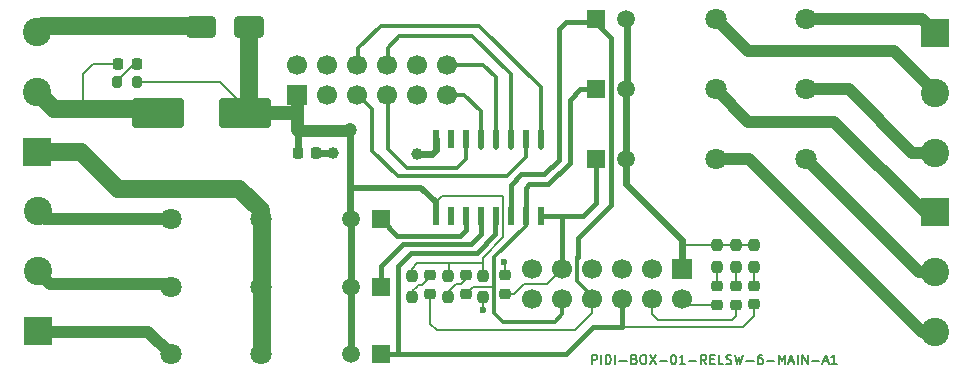
<source format=gbr>
%TF.GenerationSoftware,KiCad,Pcbnew,9.0.6*%
%TF.CreationDate,2025-12-26T20:22:19+00:00*%
%TF.ProjectId,PIDI-BOX-01-RELSW-6-MAIN-A1,50494449-2d42-44f5-982d-30312d52454c,rev?*%
%TF.SameCoordinates,Original*%
%TF.FileFunction,Copper,L1,Top*%
%TF.FilePolarity,Positive*%
%FSLAX46Y46*%
G04 Gerber Fmt 4.6, Leading zero omitted, Abs format (unit mm)*
G04 Created by KiCad (PCBNEW 9.0.6) date 2025-12-26 20:22:19*
%MOMM*%
%LPD*%
G01*
G04 APERTURE LIST*
G04 Aperture macros list*
%AMRoundRect*
0 Rectangle with rounded corners*
0 $1 Rounding radius*
0 $2 $3 $4 $5 $6 $7 $8 $9 X,Y pos of 4 corners*
0 Add a 4 corners polygon primitive as box body*
4,1,4,$2,$3,$4,$5,$6,$7,$8,$9,$2,$3,0*
0 Add four circle primitives for the rounded corners*
1,1,$1+$1,$2,$3*
1,1,$1+$1,$4,$5*
1,1,$1+$1,$6,$7*
1,1,$1+$1,$8,$9*
0 Add four rect primitives between the rounded corners*
20,1,$1+$1,$2,$3,$4,$5,0*
20,1,$1+$1,$4,$5,$6,$7,0*
20,1,$1+$1,$6,$7,$8,$9,0*
20,1,$1+$1,$8,$9,$2,$3,0*%
G04 Aperture macros list end*
%ADD10C,0.150000*%
%TA.AperFunction,NonConductor*%
%ADD11C,0.150000*%
%TD*%
%TA.AperFunction,SMDPad,CuDef*%
%ADD12RoundRect,0.218750X0.256250X-0.218750X0.256250X0.218750X-0.256250X0.218750X-0.256250X-0.218750X0*%
%TD*%
%TA.AperFunction,SMDPad,CuDef*%
%ADD13RoundRect,0.137500X-0.137500X0.662500X-0.137500X-0.662500X0.137500X-0.662500X0.137500X0.662500X0*%
%TD*%
%TA.AperFunction,ComponentPad*%
%ADD14R,1.508000X1.508000*%
%TD*%
%TA.AperFunction,ComponentPad*%
%ADD15C,1.508000*%
%TD*%
%TA.AperFunction,ComponentPad*%
%ADD16C,1.800000*%
%TD*%
%TA.AperFunction,ComponentPad*%
%ADD17R,2.400000X2.400000*%
%TD*%
%TA.AperFunction,ComponentPad*%
%ADD18C,2.400000*%
%TD*%
%TA.AperFunction,SMDPad,CuDef*%
%ADD19RoundRect,0.237500X-0.237500X0.250000X-0.237500X-0.250000X0.237500X-0.250000X0.237500X0.250000X0*%
%TD*%
%TA.AperFunction,SMDPad,CuDef*%
%ADD20RoundRect,0.225000X-0.225000X-0.250000X0.225000X-0.250000X0.225000X0.250000X-0.225000X0.250000X0*%
%TD*%
%TA.AperFunction,ComponentPad*%
%ADD21R,1.700000X1.700000*%
%TD*%
%TA.AperFunction,ComponentPad*%
%ADD22C,1.700000*%
%TD*%
%TA.AperFunction,SMDPad,CuDef*%
%ADD23RoundRect,0.200000X-0.200000X-0.275000X0.200000X-0.275000X0.200000X0.275000X-0.200000X0.275000X0*%
%TD*%
%TA.AperFunction,SMDPad,CuDef*%
%ADD24RoundRect,0.250000X1.000000X0.650000X-1.000000X0.650000X-1.000000X-0.650000X1.000000X-0.650000X0*%
%TD*%
%TA.AperFunction,SMDPad,CuDef*%
%ADD25RoundRect,0.250000X1.950000X1.000000X-1.950000X1.000000X-1.950000X-1.000000X1.950000X-1.000000X0*%
%TD*%
%TA.AperFunction,SMDPad,CuDef*%
%ADD26RoundRect,0.218750X-0.218750X-0.256250X0.218750X-0.256250X0.218750X0.256250X-0.218750X0.256250X0*%
%TD*%
%TA.AperFunction,ViaPad*%
%ADD27C,1.200000*%
%TD*%
%TA.AperFunction,ViaPad*%
%ADD28C,1.000000*%
%TD*%
%TA.AperFunction,ViaPad*%
%ADD29C,1.500000*%
%TD*%
%TA.AperFunction,ViaPad*%
%ADD30C,0.600000*%
%TD*%
%TA.AperFunction,Conductor*%
%ADD31C,1.000000*%
%TD*%
%TA.AperFunction,Conductor*%
%ADD32C,1.500000*%
%TD*%
%TA.AperFunction,Conductor*%
%ADD33C,0.300000*%
%TD*%
%TA.AperFunction,Conductor*%
%ADD34C,0.200000*%
%TD*%
%TA.AperFunction,Conductor*%
%ADD35C,0.600000*%
%TD*%
%TA.AperFunction,Conductor*%
%ADD36C,0.500000*%
%TD*%
%TA.AperFunction,Conductor*%
%ADD37C,1.200000*%
%TD*%
%TA.AperFunction,Conductor*%
%ADD38C,0.000000*%
%TD*%
%TA.AperFunction,Conductor*%
%ADD39C,0.400000*%
%TD*%
G04 APERTURE END LIST*
D10*
D11*
X158889160Y-87906340D02*
X158889160Y-87106340D01*
X158889160Y-87106340D02*
X159193922Y-87106340D01*
X159193922Y-87106340D02*
X159270112Y-87144435D01*
X159270112Y-87144435D02*
X159308207Y-87182530D01*
X159308207Y-87182530D02*
X159346303Y-87258721D01*
X159346303Y-87258721D02*
X159346303Y-87373006D01*
X159346303Y-87373006D02*
X159308207Y-87449197D01*
X159308207Y-87449197D02*
X159270112Y-87487292D01*
X159270112Y-87487292D02*
X159193922Y-87525387D01*
X159193922Y-87525387D02*
X158889160Y-87525387D01*
X159689160Y-87906340D02*
X159689160Y-87106340D01*
X160070112Y-87906340D02*
X160070112Y-87106340D01*
X160070112Y-87106340D02*
X160260588Y-87106340D01*
X160260588Y-87106340D02*
X160374874Y-87144435D01*
X160374874Y-87144435D02*
X160451064Y-87220625D01*
X160451064Y-87220625D02*
X160489159Y-87296816D01*
X160489159Y-87296816D02*
X160527255Y-87449197D01*
X160527255Y-87449197D02*
X160527255Y-87563483D01*
X160527255Y-87563483D02*
X160489159Y-87715864D01*
X160489159Y-87715864D02*
X160451064Y-87792054D01*
X160451064Y-87792054D02*
X160374874Y-87868245D01*
X160374874Y-87868245D02*
X160260588Y-87906340D01*
X160260588Y-87906340D02*
X160070112Y-87906340D01*
X160870112Y-87906340D02*
X160870112Y-87106340D01*
X161251064Y-87601578D02*
X161860588Y-87601578D01*
X162508206Y-87487292D02*
X162622492Y-87525387D01*
X162622492Y-87525387D02*
X162660587Y-87563483D01*
X162660587Y-87563483D02*
X162698683Y-87639673D01*
X162698683Y-87639673D02*
X162698683Y-87753959D01*
X162698683Y-87753959D02*
X162660587Y-87830149D01*
X162660587Y-87830149D02*
X162622492Y-87868245D01*
X162622492Y-87868245D02*
X162546302Y-87906340D01*
X162546302Y-87906340D02*
X162241540Y-87906340D01*
X162241540Y-87906340D02*
X162241540Y-87106340D01*
X162241540Y-87106340D02*
X162508206Y-87106340D01*
X162508206Y-87106340D02*
X162584397Y-87144435D01*
X162584397Y-87144435D02*
X162622492Y-87182530D01*
X162622492Y-87182530D02*
X162660587Y-87258721D01*
X162660587Y-87258721D02*
X162660587Y-87334911D01*
X162660587Y-87334911D02*
X162622492Y-87411102D01*
X162622492Y-87411102D02*
X162584397Y-87449197D01*
X162584397Y-87449197D02*
X162508206Y-87487292D01*
X162508206Y-87487292D02*
X162241540Y-87487292D01*
X163193921Y-87106340D02*
X163346302Y-87106340D01*
X163346302Y-87106340D02*
X163422492Y-87144435D01*
X163422492Y-87144435D02*
X163498683Y-87220625D01*
X163498683Y-87220625D02*
X163536778Y-87373006D01*
X163536778Y-87373006D02*
X163536778Y-87639673D01*
X163536778Y-87639673D02*
X163498683Y-87792054D01*
X163498683Y-87792054D02*
X163422492Y-87868245D01*
X163422492Y-87868245D02*
X163346302Y-87906340D01*
X163346302Y-87906340D02*
X163193921Y-87906340D01*
X163193921Y-87906340D02*
X163117730Y-87868245D01*
X163117730Y-87868245D02*
X163041540Y-87792054D01*
X163041540Y-87792054D02*
X163003444Y-87639673D01*
X163003444Y-87639673D02*
X163003444Y-87373006D01*
X163003444Y-87373006D02*
X163041540Y-87220625D01*
X163041540Y-87220625D02*
X163117730Y-87144435D01*
X163117730Y-87144435D02*
X163193921Y-87106340D01*
X163803444Y-87106340D02*
X164336778Y-87906340D01*
X164336778Y-87106340D02*
X163803444Y-87906340D01*
X164641540Y-87601578D02*
X165251064Y-87601578D01*
X165784397Y-87106340D02*
X165860587Y-87106340D01*
X165860587Y-87106340D02*
X165936778Y-87144435D01*
X165936778Y-87144435D02*
X165974873Y-87182530D01*
X165974873Y-87182530D02*
X166012968Y-87258721D01*
X166012968Y-87258721D02*
X166051063Y-87411102D01*
X166051063Y-87411102D02*
X166051063Y-87601578D01*
X166051063Y-87601578D02*
X166012968Y-87753959D01*
X166012968Y-87753959D02*
X165974873Y-87830149D01*
X165974873Y-87830149D02*
X165936778Y-87868245D01*
X165936778Y-87868245D02*
X165860587Y-87906340D01*
X165860587Y-87906340D02*
X165784397Y-87906340D01*
X165784397Y-87906340D02*
X165708206Y-87868245D01*
X165708206Y-87868245D02*
X165670111Y-87830149D01*
X165670111Y-87830149D02*
X165632016Y-87753959D01*
X165632016Y-87753959D02*
X165593920Y-87601578D01*
X165593920Y-87601578D02*
X165593920Y-87411102D01*
X165593920Y-87411102D02*
X165632016Y-87258721D01*
X165632016Y-87258721D02*
X165670111Y-87182530D01*
X165670111Y-87182530D02*
X165708206Y-87144435D01*
X165708206Y-87144435D02*
X165784397Y-87106340D01*
X166812968Y-87906340D02*
X166355825Y-87906340D01*
X166584397Y-87906340D02*
X166584397Y-87106340D01*
X166584397Y-87106340D02*
X166508206Y-87220625D01*
X166508206Y-87220625D02*
X166432016Y-87296816D01*
X166432016Y-87296816D02*
X166355825Y-87334911D01*
X167155826Y-87601578D02*
X167765350Y-87601578D01*
X168603445Y-87906340D02*
X168336778Y-87525387D01*
X168146302Y-87906340D02*
X168146302Y-87106340D01*
X168146302Y-87106340D02*
X168451064Y-87106340D01*
X168451064Y-87106340D02*
X168527254Y-87144435D01*
X168527254Y-87144435D02*
X168565349Y-87182530D01*
X168565349Y-87182530D02*
X168603445Y-87258721D01*
X168603445Y-87258721D02*
X168603445Y-87373006D01*
X168603445Y-87373006D02*
X168565349Y-87449197D01*
X168565349Y-87449197D02*
X168527254Y-87487292D01*
X168527254Y-87487292D02*
X168451064Y-87525387D01*
X168451064Y-87525387D02*
X168146302Y-87525387D01*
X168946302Y-87487292D02*
X169212968Y-87487292D01*
X169327254Y-87906340D02*
X168946302Y-87906340D01*
X168946302Y-87906340D02*
X168946302Y-87106340D01*
X168946302Y-87106340D02*
X169327254Y-87106340D01*
X170051064Y-87906340D02*
X169670112Y-87906340D01*
X169670112Y-87906340D02*
X169670112Y-87106340D01*
X170279635Y-87868245D02*
X170393921Y-87906340D01*
X170393921Y-87906340D02*
X170584397Y-87906340D01*
X170584397Y-87906340D02*
X170660588Y-87868245D01*
X170660588Y-87868245D02*
X170698683Y-87830149D01*
X170698683Y-87830149D02*
X170736778Y-87753959D01*
X170736778Y-87753959D02*
X170736778Y-87677768D01*
X170736778Y-87677768D02*
X170698683Y-87601578D01*
X170698683Y-87601578D02*
X170660588Y-87563483D01*
X170660588Y-87563483D02*
X170584397Y-87525387D01*
X170584397Y-87525387D02*
X170432016Y-87487292D01*
X170432016Y-87487292D02*
X170355826Y-87449197D01*
X170355826Y-87449197D02*
X170317731Y-87411102D01*
X170317731Y-87411102D02*
X170279635Y-87334911D01*
X170279635Y-87334911D02*
X170279635Y-87258721D01*
X170279635Y-87258721D02*
X170317731Y-87182530D01*
X170317731Y-87182530D02*
X170355826Y-87144435D01*
X170355826Y-87144435D02*
X170432016Y-87106340D01*
X170432016Y-87106340D02*
X170622493Y-87106340D01*
X170622493Y-87106340D02*
X170736778Y-87144435D01*
X171003445Y-87106340D02*
X171193921Y-87906340D01*
X171193921Y-87906340D02*
X171346302Y-87334911D01*
X171346302Y-87334911D02*
X171498683Y-87906340D01*
X171498683Y-87906340D02*
X171689160Y-87106340D01*
X171993922Y-87601578D02*
X172603446Y-87601578D01*
X173327255Y-87106340D02*
X173174874Y-87106340D01*
X173174874Y-87106340D02*
X173098683Y-87144435D01*
X173098683Y-87144435D02*
X173060588Y-87182530D01*
X173060588Y-87182530D02*
X172984398Y-87296816D01*
X172984398Y-87296816D02*
X172946302Y-87449197D01*
X172946302Y-87449197D02*
X172946302Y-87753959D01*
X172946302Y-87753959D02*
X172984398Y-87830149D01*
X172984398Y-87830149D02*
X173022493Y-87868245D01*
X173022493Y-87868245D02*
X173098683Y-87906340D01*
X173098683Y-87906340D02*
X173251064Y-87906340D01*
X173251064Y-87906340D02*
X173327255Y-87868245D01*
X173327255Y-87868245D02*
X173365350Y-87830149D01*
X173365350Y-87830149D02*
X173403445Y-87753959D01*
X173403445Y-87753959D02*
X173403445Y-87563483D01*
X173403445Y-87563483D02*
X173365350Y-87487292D01*
X173365350Y-87487292D02*
X173327255Y-87449197D01*
X173327255Y-87449197D02*
X173251064Y-87411102D01*
X173251064Y-87411102D02*
X173098683Y-87411102D01*
X173098683Y-87411102D02*
X173022493Y-87449197D01*
X173022493Y-87449197D02*
X172984398Y-87487292D01*
X172984398Y-87487292D02*
X172946302Y-87563483D01*
X173746303Y-87601578D02*
X174355827Y-87601578D01*
X174736779Y-87906340D02*
X174736779Y-87106340D01*
X174736779Y-87106340D02*
X175003445Y-87677768D01*
X175003445Y-87677768D02*
X175270112Y-87106340D01*
X175270112Y-87106340D02*
X175270112Y-87906340D01*
X175612969Y-87677768D02*
X175993922Y-87677768D01*
X175536779Y-87906340D02*
X175803446Y-87106340D01*
X175803446Y-87106340D02*
X176070112Y-87906340D01*
X176336779Y-87906340D02*
X176336779Y-87106340D01*
X176717731Y-87906340D02*
X176717731Y-87106340D01*
X176717731Y-87106340D02*
X177174874Y-87906340D01*
X177174874Y-87906340D02*
X177174874Y-87106340D01*
X177555826Y-87601578D02*
X178165350Y-87601578D01*
X178508206Y-87677768D02*
X178889159Y-87677768D01*
X178432016Y-87906340D02*
X178698683Y-87106340D01*
X178698683Y-87106340D02*
X178965349Y-87906340D01*
X179651063Y-87906340D02*
X179193920Y-87906340D01*
X179422492Y-87906340D02*
X179422492Y-87106340D01*
X179422492Y-87106340D02*
X179346301Y-87220625D01*
X179346301Y-87220625D02*
X179270111Y-87296816D01*
X179270111Y-87296816D02*
X179193920Y-87334911D01*
D12*
%TO.P,D8,1,K*%
%TO.N,S1*%
X151587200Y-81940500D03*
%TO.P,D8,2,A*%
%TO.N,Net-(D8-A)*%
X151587200Y-80365500D03*
%TD*%
D13*
%TO.P,U1,1,I1*%
%TO.N,P0*%
X154578300Y-68860800D03*
%TO.P,U1,2,I2*%
%TO.N,P1*%
X153308300Y-68860800D03*
%TO.P,U1,3,I3*%
%TO.N,P2*%
X152038300Y-68860800D03*
%TO.P,U1,4,I4*%
%TO.N,P3*%
X150768300Y-68860800D03*
%TO.P,U1,5,I5*%
%TO.N,P4*%
X149498300Y-68860800D03*
%TO.P,U1,6,I6*%
%TO.N,P5*%
X148228300Y-68860800D03*
%TO.P,U1,7,I7*%
%TO.N,unconnected-(U1-I7-Pad7)*%
X146958300Y-68860800D03*
%TO.P,U1,8,GND*%
%TO.N,GND*%
X145688300Y-68860800D03*
%TO.P,U1,9,COM*%
%TO.N,+12V*%
X145688300Y-75360800D03*
%TO.P,U1,10,O7*%
%TO.N,unconnected-(U1-O7-Pad10)*%
X146958300Y-75360800D03*
%TO.P,U1,11,O6*%
%TO.N,S6*%
X148228300Y-75360800D03*
%TO.P,U1,12,O5*%
%TO.N,S5*%
X149498300Y-75360800D03*
%TO.P,U1,13,O4*%
%TO.N,S4*%
X150768300Y-75360800D03*
%TO.P,U1,14,O3*%
%TO.N,S3*%
X152038300Y-75360800D03*
%TO.P,U1,15,O2*%
%TO.N,S2*%
X153308300Y-75360800D03*
%TO.P,U1,16,O1*%
%TO.N,S1*%
X154578300Y-75360800D03*
%TD*%
D14*
%TO.P,REL6,1*%
%TO.N,S6*%
X141026900Y-75641000D03*
D15*
%TO.P,REL6,2*%
%TO.N,+12V*%
X138486900Y-75641000D03*
D16*
%TO.P,REL6,3*%
%TO.N,Net-(J3-Pad1)*%
X130866900Y-75641000D03*
%TO.P,REL6,4*%
%TO.N,Net-(J4-Pad3)*%
X123246900Y-75641000D03*
%TD*%
D17*
%TO.P,J4,1,1*%
%TO.N,Net-(J4-Pad1)*%
X111980000Y-85120000D03*
D18*
%TO.P,J4,2,2*%
%TO.N,Net-(J4-Pad2)*%
X111980000Y-80040000D03*
%TO.P,J4,3,3*%
%TO.N,Net-(J4-Pad3)*%
X111980000Y-74960000D03*
%TD*%
D19*
%TO.P,R3,1*%
%TO.N,+12V*%
X171100000Y-77850000D03*
%TO.P,R3,2*%
%TO.N,Net-(D4-A)*%
X171100000Y-79675000D03*
%TD*%
D14*
%TO.P,REL1,1*%
%TO.N,S1*%
X159258000Y-70561200D03*
D15*
%TO.P,REL1,2*%
%TO.N,+12V*%
X161798000Y-70561200D03*
D16*
%TO.P,REL1,3*%
%TO.N,Net-(J2-Pad3)*%
X169418000Y-70561200D03*
%TO.P,REL1,4*%
%TO.N,Net-(J2-Pad2)*%
X177038000Y-70561200D03*
%TD*%
D14*
%TO.P,REL4,1*%
%TO.N,S4*%
X141046200Y-87045800D03*
D15*
%TO.P,REL4,2*%
%TO.N,+12V*%
X138506200Y-87045800D03*
D16*
%TO.P,REL4,3*%
%TO.N,Net-(J3-Pad1)*%
X130886200Y-87045800D03*
%TO.P,REL4,4*%
%TO.N,Net-(J4-Pad1)*%
X123266200Y-87045800D03*
%TD*%
D17*
%TO.P,J1,1,1*%
%TO.N,Net-(J1-Pad1)*%
X187934600Y-59842400D03*
D18*
%TO.P,J1,2,2*%
%TO.N,Net-(J1-Pad2)*%
X187934600Y-64922400D03*
%TO.P,J1,3,3*%
%TO.N,Net-(J1-Pad3)*%
X187934600Y-70002400D03*
%TD*%
D20*
%TO.P,C1,1*%
%TO.N,+12V*%
X134025000Y-70050000D03*
%TO.P,C1,2*%
%TO.N,GND*%
X135575000Y-70050000D03*
%TD*%
D17*
%TO.P,J2,1,1*%
%TO.N,Net-(J2-Pad1)*%
X187934600Y-75031600D03*
D18*
%TO.P,J2,2,2*%
%TO.N,Net-(J2-Pad2)*%
X187934600Y-80111600D03*
%TO.P,J2,3,3*%
%TO.N,Net-(J2-Pad3)*%
X187934600Y-85191600D03*
%TD*%
D17*
%TO.P,J3,1,1*%
%TO.N,Net-(J3-Pad1)*%
X111963200Y-69900800D03*
D18*
%TO.P,J3,2,2*%
%TO.N,GND*%
X111963200Y-64820800D03*
%TO.P,J3,3,3*%
%TO.N,Net-(D1-A)*%
X111963200Y-59740800D03*
%TD*%
D21*
%TO.P,J5,1,Pin_1*%
%TO.N,+12V*%
X133959600Y-65074800D03*
D22*
%TO.P,J5,2,Pin_2*%
%TO.N,GND*%
X133959600Y-62534800D03*
%TO.P,J5,3,Pin_3*%
%TO.N,unconnected-(J5-Pin_3-Pad3)*%
X136499600Y-65074800D03*
%TO.P,J5,4,Pin_4*%
%TO.N,unconnected-(J5-Pin_4-Pad4)*%
X136499600Y-62534800D03*
%TO.P,J5,5,Pin_5*%
%TO.N,P1*%
X139039600Y-65074800D03*
%TO.P,J5,6,Pin_6*%
%TO.N,P0*%
X139039600Y-62534800D03*
%TO.P,J5,7,Pin_7*%
%TO.N,P5*%
X141579600Y-65074800D03*
%TO.P,J5,8,Pin_8*%
%TO.N,P2*%
X141579600Y-62534800D03*
%TO.P,J5,9,Pin_9*%
%TO.N,unconnected-(J5-Pin_9-Pad9)*%
X144119600Y-65074800D03*
%TO.P,J5,10,Pin_10*%
%TO.N,unconnected-(J5-Pin_10-Pad10)*%
X144119600Y-62534800D03*
%TO.P,J5,11,Pin_11*%
%TO.N,P4*%
X146659600Y-65074800D03*
%TO.P,J5,12,Pin_12*%
%TO.N,P3*%
X146659600Y-62534800D03*
%TD*%
D23*
%TO.P,R1,1*%
%TO.N,Net-(D2-A)*%
X118725000Y-64000000D03*
%TO.P,R1,2*%
%TO.N,+12V*%
X120375000Y-64000000D03*
%TD*%
D12*
%TO.P,D4,1,K*%
%TO.N,S5*%
X171100000Y-82875000D03*
%TO.P,D4,2,A*%
%TO.N,Net-(D4-A)*%
X171100000Y-81300000D03*
%TD*%
D14*
%TO.P,REL3,1*%
%TO.N,S3*%
X159258000Y-58674000D03*
D15*
%TO.P,REL3,2*%
%TO.N,+12V*%
X161798000Y-58674000D03*
D16*
%TO.P,REL3,3*%
%TO.N,Net-(J1-Pad2)*%
X169418000Y-58674000D03*
%TO.P,REL3,4*%
%TO.N,Net-(J1-Pad1)*%
X177038000Y-58674000D03*
%TD*%
D24*
%TO.P,D1,1,K*%
%TO.N,+12V*%
X129863600Y-59359800D03*
%TO.P,D1,2,A*%
%TO.N,Net-(D1-A)*%
X125863600Y-59359800D03*
%TD*%
D19*
%TO.P,R4,1*%
%TO.N,+12V*%
X172650000Y-77850000D03*
%TO.P,R4,2*%
%TO.N,Net-(D5-A)*%
X172650000Y-79675000D03*
%TD*%
D12*
%TO.P,D6,1,K*%
%TO.N,S3*%
X145211800Y-81965900D03*
%TO.P,D6,2,A*%
%TO.N,Net-(D6-A)*%
X145211800Y-80390900D03*
%TD*%
D19*
%TO.P,R7,1*%
%TO.N,+12V*%
X149733000Y-80418300D03*
%TO.P,R7,2*%
%TO.N,Net-(D8-A)*%
X149733000Y-82243300D03*
%TD*%
D12*
%TO.P,D5,1,K*%
%TO.N,S4*%
X172650000Y-82837500D03*
%TO.P,D5,2,A*%
%TO.N,Net-(D5-A)*%
X172650000Y-81262500D03*
%TD*%
D14*
%TO.P,Rel2,1*%
%TO.N,S2*%
X159277300Y-64643200D03*
D15*
%TO.P,Rel2,2*%
%TO.N,+12V*%
X161817300Y-64643200D03*
D16*
%TO.P,Rel2,3*%
%TO.N,Net-(J2-Pad1)*%
X169437300Y-64643200D03*
%TO.P,Rel2,4*%
%TO.N,Net-(J1-Pad3)*%
X177057300Y-64643200D03*
%TD*%
D21*
%TO.P,J6,1,Pin_1*%
%TO.N,+12V*%
X166550000Y-79814000D03*
D22*
%TO.P,J6,2,Pin_2*%
%TO.N,S6*%
X166550000Y-82354000D03*
%TO.P,J6,3,Pin_3*%
%TO.N,unconnected-(J6-Pin_3-Pad3)*%
X164010000Y-79814000D03*
%TO.P,J6,4,Pin_4*%
%TO.N,S5*%
X164010000Y-82354000D03*
%TO.P,J6,5,Pin_5*%
%TO.N,unconnected-(J6-Pin_5-Pad5)*%
X161470000Y-79814000D03*
%TO.P,J6,6,Pin_6*%
%TO.N,S4*%
X161470000Y-82354000D03*
%TO.P,J6,7,Pin_7*%
%TO.N,unconnected-(J6-Pin_7-Pad7)*%
X158930000Y-79814000D03*
%TO.P,J6,8,Pin_8*%
%TO.N,S3*%
X158930000Y-82354000D03*
%TO.P,J6,9,Pin_9*%
%TO.N,S1*%
X156390000Y-79814000D03*
%TO.P,J6,10,Pin_10*%
%TO.N,S2*%
X156390000Y-82354000D03*
%TO.P,J6,11,Pin_11*%
%TO.N,GND*%
X153850000Y-79814000D03*
%TO.P,J6,12,Pin_12*%
X153850000Y-82354000D03*
%TD*%
D14*
%TO.P,REL5,1*%
%TO.N,S5*%
X141046200Y-81330600D03*
D15*
%TO.P,REL5,2*%
%TO.N,+12V*%
X138506200Y-81330600D03*
D16*
%TO.P,REL5,3*%
%TO.N,Net-(J3-Pad1)*%
X130886200Y-81330600D03*
%TO.P,REL5,4*%
%TO.N,Net-(J4-Pad2)*%
X123266200Y-81330600D03*
%TD*%
D25*
%TO.P,C2,1*%
%TO.N,+12V*%
X129582400Y-66649600D03*
%TO.P,C2,2*%
%TO.N,GND*%
X122182400Y-66649600D03*
%TD*%
D12*
%TO.P,D3,1,K*%
%TO.N,S6*%
X169550000Y-82887500D03*
%TO.P,D3,2,A*%
%TO.N,Net-(D3-A)*%
X169550000Y-81312500D03*
%TD*%
%TO.P,D7,1,K*%
%TO.N,S2*%
X148259800Y-81940500D03*
%TO.P,D7,2,A*%
%TO.N,Net-(D7-A)*%
X148259800Y-80365500D03*
%TD*%
D19*
%TO.P,R2,1*%
%TO.N,+12V*%
X169550000Y-77850000D03*
%TO.P,R2,2*%
%TO.N,Net-(D3-A)*%
X169550000Y-79675000D03*
%TD*%
%TO.P,R5,1*%
%TO.N,+12V*%
X143687800Y-80418300D03*
%TO.P,R5,2*%
%TO.N,Net-(D6-A)*%
X143687800Y-82243300D03*
%TD*%
%TO.P,R6,1*%
%TO.N,+12V*%
X146735800Y-80418300D03*
%TO.P,R6,2*%
%TO.N,Net-(D7-A)*%
X146735800Y-82243300D03*
%TD*%
D26*
%TO.P,D2,1,K*%
%TO.N,GND*%
X118786200Y-62488800D03*
%TO.P,D2,2,A*%
%TO.N,Net-(D2-A)*%
X120361200Y-62488800D03*
%TD*%
D27*
%TO.N,+12V*%
X138477350Y-68100850D03*
D28*
%TO.N,GND*%
X137000000Y-70000000D03*
D29*
X118618000Y-66294000D03*
D28*
X144094200Y-70104000D03*
D30*
%TO.N,Net-(D8-A)*%
X151511000Y-79273400D03*
X149682200Y-83286600D03*
%TD*%
D31*
%TO.N,Net-(J1-Pad1)*%
X186842400Y-58674000D02*
X187934600Y-59766200D01*
X187934600Y-59766200D02*
X187934600Y-59842400D01*
X177038000Y-58674000D02*
X186842400Y-58674000D01*
%TO.N,Net-(J1-Pad3)*%
X177057300Y-64643200D02*
X180670400Y-64643200D01*
X180670400Y-64643200D02*
X186029600Y-70002400D01*
X186029600Y-70002400D02*
X187934600Y-70002400D01*
%TO.N,Net-(J1-Pad2)*%
X187934600Y-64846200D02*
X187934600Y-64922400D01*
X169418000Y-58674000D02*
X172161200Y-61417200D01*
X184505600Y-61417200D02*
X187934600Y-64846200D01*
X172161200Y-61417200D02*
X184505600Y-61417200D01*
%TO.N,Net-(J2-Pad3)*%
X169418000Y-70561200D02*
X172212000Y-70561200D01*
X186842400Y-85191600D02*
X188010800Y-85191600D01*
X172212000Y-70561200D02*
X186842400Y-85191600D01*
%TO.N,Net-(J2-Pad2)*%
X177038000Y-70561200D02*
X186588400Y-80111600D01*
X186588400Y-80111600D02*
X188010800Y-80111600D01*
%TO.N,Net-(J2-Pad1)*%
X187096400Y-75031600D02*
X188010800Y-75031600D01*
X169437300Y-64643200D02*
X172154900Y-67360800D01*
X172154900Y-67360800D02*
X179425600Y-67360800D01*
X179425600Y-67360800D02*
X187096400Y-75031600D01*
D32*
%TO.N,Net-(J3-Pad1)*%
X115646400Y-69926400D02*
X118770400Y-73050400D01*
X130993900Y-75412400D02*
X130993900Y-80854300D01*
D31*
X111777200Y-69942400D02*
X111818800Y-69900800D01*
X130866900Y-74879000D02*
X130866900Y-75285400D01*
D32*
X129038300Y-73050400D02*
X130866900Y-74879000D01*
D31*
X130866900Y-75285400D02*
X130993900Y-75412400D01*
X111818800Y-69900800D02*
X111963200Y-69900800D01*
D32*
X111963200Y-69900800D02*
X111988800Y-69926400D01*
X111988800Y-69926400D02*
X115646400Y-69926400D01*
X131013200Y-80873600D02*
X131013200Y-86766400D01*
X118770400Y-73050400D02*
X129038300Y-73050400D01*
D31*
X130993900Y-80854300D02*
X131013200Y-80873600D01*
%TO.N,Net-(J4-Pad1)*%
X111948500Y-85145600D02*
X121366000Y-85145600D01*
X121366000Y-85145600D02*
X123266200Y-87045800D01*
D33*
%TO.N,P1*%
X153308300Y-69195700D02*
X153314400Y-69201800D01*
X142494000Y-71983600D02*
X151688800Y-71983600D01*
X140335000Y-69824600D02*
X142494000Y-71983600D01*
X139080000Y-65086000D02*
X140335000Y-66341000D01*
X153308300Y-68860800D02*
X153308300Y-69195700D01*
X140335000Y-66341000D02*
X140335000Y-69824600D01*
X153308300Y-70364100D02*
X153308300Y-68860800D01*
X151688800Y-71983600D02*
X153308300Y-70364100D01*
%TO.N,P5*%
X143256000Y-71272400D02*
X147472400Y-71272400D01*
X141620000Y-65086000D02*
X141630400Y-65096400D01*
X141630400Y-65096400D02*
X141630400Y-69646800D01*
X148228300Y-70516500D02*
X148228300Y-68860800D01*
X141630400Y-69646800D02*
X143256000Y-71272400D01*
X147472400Y-71272400D02*
X148228300Y-70516500D01*
%TO.N,P4*%
X149498300Y-66491100D02*
X149498300Y-69635800D01*
X148093200Y-65086000D02*
X149498300Y-66491100D01*
X146700000Y-65086000D02*
X148093200Y-65086000D01*
%TO.N,P2*%
X148793200Y-60121800D02*
X142621000Y-60121800D01*
X152038300Y-63366900D02*
X148793200Y-60121800D01*
X152038300Y-69635800D02*
X152038300Y-63366900D01*
X141620000Y-61122800D02*
X141620000Y-62546000D01*
X142621000Y-60121800D02*
X141620000Y-61122800D01*
%TO.N,P3*%
X150768300Y-63595500D02*
X149718800Y-62546000D01*
X150768300Y-69635800D02*
X150768300Y-63595500D01*
X149718800Y-62546000D02*
X146700000Y-62546000D01*
%TO.N,P0*%
X149398706Y-59232800D02*
X141020800Y-59232800D01*
X154578300Y-69635800D02*
X154578300Y-64412394D01*
X154578300Y-64412394D02*
X149398706Y-59232800D01*
X141020800Y-59232800D02*
X139080000Y-61173600D01*
X139080000Y-61173600D02*
X139080000Y-62546000D01*
D31*
%TO.N,+12V*%
X129582400Y-66649600D02*
X129582800Y-66650000D01*
X138428200Y-68150000D02*
X134012200Y-68150000D01*
D34*
X146786600Y-80418300D02*
X146786600Y-79390800D01*
X144160800Y-79365400D02*
X146812000Y-79365400D01*
D35*
X166550000Y-77950000D02*
X166550000Y-79814000D01*
D34*
X143687800Y-79806800D02*
X144145000Y-79349600D01*
D35*
X161766500Y-64694000D02*
X161766500Y-72612500D01*
D32*
X129863600Y-66063600D02*
X129863600Y-59359800D01*
D31*
X161766500Y-64694000D02*
X161817300Y-64643200D01*
D35*
X161766500Y-72612500D02*
X166550000Y-77396000D01*
D36*
X144475200Y-72999600D02*
X145688300Y-74212700D01*
D34*
X149631400Y-79365400D02*
X146812000Y-79365400D01*
D35*
X166624000Y-79740000D02*
X166550000Y-79814000D01*
D34*
X172650000Y-77850000D02*
X171100000Y-77850000D01*
X143687800Y-80418300D02*
X143687800Y-79806800D01*
D35*
X134025000Y-68082000D02*
X134025000Y-70050000D01*
D34*
X144145000Y-79349600D02*
X144160800Y-79365400D01*
D31*
X134000000Y-65086000D02*
X133959600Y-65126400D01*
D34*
X127440800Y-64000000D02*
X129277600Y-65836800D01*
D35*
X138506200Y-81153000D02*
X138506200Y-87045800D01*
D34*
X149682200Y-78892400D02*
X151409400Y-77165200D01*
D31*
X133759600Y-66650000D02*
X134000000Y-66409600D01*
D34*
X149682200Y-79314600D02*
X149682200Y-78892400D01*
D31*
X134000000Y-66409600D02*
X134000000Y-65086000D01*
X134000000Y-68057000D02*
X134000000Y-65086000D01*
X133959600Y-65126400D02*
X133959600Y-68097400D01*
D35*
X129404600Y-65963800D02*
X129277600Y-65836800D01*
D34*
X172657500Y-77857500D02*
X172650000Y-77850000D01*
D35*
X166550000Y-77396000D02*
X166550000Y-77950000D01*
D34*
X151409400Y-73700000D02*
X146201000Y-73700000D01*
D31*
X161868100Y-64592400D02*
X161817300Y-64643200D01*
D35*
X134000000Y-68057000D02*
X134025000Y-68082000D01*
D36*
X138477350Y-73152000D02*
X138629750Y-72999600D01*
X145688300Y-74212700D02*
X145688300Y-75360800D01*
D35*
X138477350Y-75453650D02*
X138486900Y-75463200D01*
D34*
X120175000Y-64000000D02*
X127440800Y-64000000D01*
D32*
X129582400Y-66344800D02*
X129863600Y-66063600D01*
D34*
X146201000Y-73700000D02*
X145688300Y-74212700D01*
D31*
X138477350Y-68100850D02*
X138428200Y-68150000D01*
D34*
X169550000Y-77850000D02*
X166650000Y-77850000D01*
D35*
X129252200Y-66319400D02*
X129252200Y-66268600D01*
D31*
X133959600Y-68097400D02*
X134000000Y-68057000D01*
X138486900Y-81133700D02*
X138506200Y-81153000D01*
D36*
X138629750Y-72999600D02*
X144475200Y-72999600D01*
D32*
X129582400Y-66649600D02*
X129582400Y-66344800D01*
D34*
X166650000Y-77850000D02*
X166550000Y-77950000D01*
X151409400Y-77165200D02*
X151409400Y-73700000D01*
D35*
X138477350Y-68100850D02*
X138477350Y-75453650D01*
D34*
X171100000Y-77850000D02*
X169550000Y-77850000D01*
D35*
X138486900Y-75463200D02*
X138486900Y-81133700D01*
D34*
X149682200Y-79314600D02*
X149631400Y-79365400D01*
D35*
X161868100Y-58902800D02*
X161868100Y-64592400D01*
D31*
X134012200Y-68150000D02*
X133959600Y-68097400D01*
D34*
X149682200Y-80418300D02*
X149682200Y-79314600D01*
D37*
X129582800Y-66650000D02*
X133759600Y-66650000D01*
D34*
X146786600Y-79390800D02*
X146812000Y-79365400D01*
%TO.N,GND*%
X116671600Y-62500000D02*
X115824000Y-63347600D01*
D35*
X135578200Y-70053200D02*
X136946800Y-70053200D01*
D32*
X122182400Y-66598800D02*
X121852200Y-66268600D01*
X122182400Y-66649600D02*
X122182400Y-66598800D01*
D35*
X136946800Y-70053200D02*
X137000000Y-70000000D01*
D32*
X121826800Y-66294000D02*
X122182400Y-66649600D01*
X118618000Y-66294000D02*
X121826800Y-66294000D01*
X111963200Y-64877900D02*
X113379300Y-66294000D01*
X116128800Y-66294000D02*
X118618000Y-66294000D01*
D34*
X118786200Y-62488800D02*
X118775000Y-62500000D01*
D32*
X111963200Y-64820800D02*
X111963200Y-64877900D01*
X113379300Y-66294000D02*
X118618000Y-66294000D01*
D35*
X145688300Y-69805300D02*
X145688300Y-68860800D01*
X145389600Y-70104000D02*
X145688300Y-69805300D01*
X135575000Y-70050000D02*
X135578200Y-70053200D01*
D34*
X118775000Y-62500000D02*
X116671600Y-62500000D01*
X115824000Y-63347600D02*
X115824000Y-65989200D01*
D35*
X144094200Y-70104000D02*
X145389600Y-70104000D01*
D31*
%TO.N,Net-(J4-Pad2)*%
X113035900Y-81153000D02*
X111948500Y-80065600D01*
X123266200Y-81330600D02*
X123088600Y-81153000D01*
X123088600Y-81153000D02*
X113035900Y-81153000D01*
%TO.N,Net-(J4-Pad3)*%
X123246900Y-75641000D02*
X123246900Y-75285400D01*
X112578700Y-75615800D02*
X123221700Y-75615800D01*
X123221700Y-75615800D02*
X123246900Y-75641000D01*
X111948500Y-74985600D02*
X112578700Y-75615800D01*
D38*
%TO.N,S6*%
X148260800Y-75360800D02*
X148285200Y-75336400D01*
D39*
X148228300Y-76571700D02*
X148228300Y-75360800D01*
D34*
X167083500Y-82887500D02*
X166550000Y-82354000D01*
D39*
X141026900Y-75177900D02*
X141026900Y-75641000D01*
X142435900Y-77050000D02*
X147750000Y-77050000D01*
X147750000Y-77050000D02*
X148228300Y-76571700D01*
D38*
X148228300Y-75360800D02*
X148260800Y-75360800D01*
D39*
X141026900Y-75641000D02*
X142435900Y-77050000D01*
D34*
X169550000Y-82887500D02*
X167083500Y-82887500D01*
D39*
%TO.N,S3*%
X156108400Y-70612000D02*
X154889200Y-71831200D01*
X152038300Y-72739500D02*
X152038300Y-75360800D01*
D33*
X159004000Y-82254000D02*
X159004000Y-82428000D01*
D39*
X156743200Y-58902800D02*
X156108400Y-59537600D01*
X152946600Y-71831200D02*
X152038300Y-72739500D01*
D34*
X157486200Y-85013800D02*
X158930000Y-83570000D01*
D39*
X160528000Y-60256100D02*
X159174700Y-58902800D01*
X159174700Y-58902800D02*
X156743200Y-58902800D01*
X160528000Y-74422000D02*
X160528000Y-60256100D01*
X157700000Y-77250000D02*
X160528000Y-74422000D01*
D33*
X157714000Y-78810800D02*
X157650000Y-78810800D01*
D34*
X145237200Y-84480400D02*
X145770600Y-85013800D01*
D39*
X157700000Y-78796800D02*
X157700000Y-77250000D01*
D34*
X145770600Y-85013800D02*
X157486200Y-85013800D01*
D33*
X157650000Y-78810800D02*
X157650000Y-80900000D01*
D34*
X158930000Y-83570000D02*
X158930000Y-82354000D01*
X145237200Y-81965900D02*
X145237200Y-84480400D01*
D39*
X156108400Y-59537600D02*
X156108400Y-70612000D01*
X154889200Y-71831200D02*
X152946600Y-71831200D01*
D33*
X157650000Y-80900000D02*
X159004000Y-82254000D01*
D39*
%TO.N,S2*%
X157022800Y-65532000D02*
X157911600Y-64643200D01*
D33*
X151384000Y-84302600D02*
X155778200Y-84302600D01*
D34*
X148844100Y-81356200D02*
X150545800Y-81356200D01*
D39*
X153619200Y-72644000D02*
X155219400Y-72644000D01*
D33*
X155778200Y-84302600D02*
X156390000Y-83690800D01*
D39*
X155219400Y-72644000D02*
X157022800Y-70840600D01*
D33*
X150647400Y-81254600D02*
X150647400Y-83566000D01*
X150647400Y-83566000D02*
X151384000Y-84302600D01*
D34*
X150545800Y-81356200D02*
X150647400Y-81254600D01*
D33*
X153308300Y-76206100D02*
X150647400Y-78867000D01*
D39*
X157911600Y-64643200D02*
X159277300Y-64643200D01*
D33*
X150647400Y-78867000D02*
X150647400Y-81254600D01*
X153308300Y-75360800D02*
X153308300Y-76206100D01*
X156390000Y-83690800D02*
X156390000Y-82354000D01*
D39*
X157022800Y-70840600D02*
X157022800Y-65532000D01*
X153308300Y-72954900D02*
X153619200Y-72644000D01*
X153308300Y-75360800D02*
X153308300Y-72954900D01*
D34*
X148259800Y-81940500D02*
X148844100Y-81356200D01*
%TO.N,S1*%
X155127200Y-81076800D02*
X153162000Y-81076800D01*
D39*
X154578300Y-75360800D02*
X158189200Y-75360800D01*
D34*
X156390000Y-79814000D02*
X155127200Y-81076800D01*
X153162000Y-81076800D02*
X152298300Y-81940500D01*
D39*
X156413074Y-79790926D02*
X156413074Y-75360800D01*
D34*
X152298300Y-81940500D02*
X151587200Y-81940500D01*
D39*
X158189200Y-75360800D02*
X159258000Y-74292000D01*
X156390000Y-79814000D02*
X156413074Y-79790926D01*
X159258000Y-74292000D02*
X159258000Y-70561200D01*
%TO.N,S4*%
X150750000Y-75379100D02*
X150750000Y-76859400D01*
D34*
X172650000Y-83850000D02*
X171720000Y-84780000D01*
D39*
X141046200Y-87045800D02*
X156754200Y-87045800D01*
X159020000Y-84780000D02*
X161470000Y-84780000D01*
X149158400Y-78451000D02*
X143595800Y-78451000D01*
D34*
X171720000Y-84780000D02*
X161470000Y-84780000D01*
D39*
X143595800Y-78451000D02*
X142494000Y-79552800D01*
X161470000Y-84780000D02*
X161470000Y-82354000D01*
X150768300Y-75360800D02*
X150750000Y-75379100D01*
X156754200Y-87045800D02*
X159020000Y-84780000D01*
D34*
X172650000Y-82837500D02*
X172650000Y-83850000D01*
D39*
X142494000Y-79552800D02*
X142494000Y-87045800D01*
X150750000Y-76859400D02*
X149158400Y-78451000D01*
D34*
%TO.N,S5*%
X164000000Y-83650000D02*
X164000000Y-82364000D01*
X171100000Y-82875000D02*
X171100000Y-83800000D01*
D39*
X142899800Y-77750000D02*
X148650000Y-77750000D01*
D34*
X164000000Y-82364000D02*
X164010000Y-82354000D01*
X170750000Y-84150000D02*
X164500000Y-84150000D01*
D39*
X149498300Y-76901700D02*
X149498300Y-75360800D01*
X141046200Y-81330600D02*
X141046200Y-79603600D01*
D34*
X171100000Y-83800000D02*
X170750000Y-84150000D01*
D39*
X148650000Y-77750000D02*
X149498300Y-76901700D01*
X141046200Y-79603600D02*
X142899800Y-77750000D01*
D34*
X164500000Y-84150000D02*
X164000000Y-83650000D01*
D32*
%TO.N,Net-(D1-A)*%
X111777200Y-59782400D02*
X111818800Y-59740800D01*
X111963200Y-59740800D02*
X112420400Y-59283600D01*
X111818800Y-59740800D02*
X111963200Y-59740800D01*
X112420400Y-59283600D02*
X125787400Y-59283600D01*
X125787400Y-59283600D02*
X125863600Y-59359800D01*
D34*
%TO.N,Net-(D2-A)*%
X120161200Y-62488800D02*
X118738800Y-63911200D01*
X118922900Y-63601600D02*
X118707400Y-63601600D01*
%TO.N,Net-(D3-A)*%
X169550000Y-79675000D02*
X169550000Y-81312500D01*
%TO.N,Net-(D4-A)*%
X171100000Y-79675000D02*
X171100000Y-81300000D01*
%TO.N,Net-(D5-A)*%
X172650000Y-79675000D02*
X172650000Y-81262500D01*
%TO.N,Net-(D6-A)*%
X145211800Y-80543400D02*
X144526000Y-81229200D01*
X143687800Y-81737200D02*
X143687800Y-82243300D01*
X145211800Y-80390900D02*
X145211800Y-80543400D01*
X144221200Y-81229200D02*
X144094200Y-81356200D01*
X144094200Y-81356200D02*
X144068800Y-81356200D01*
X144068800Y-81356200D02*
X143687800Y-81737200D01*
X144526000Y-81229200D02*
X144221200Y-81229200D01*
%TO.N,Net-(D7-A)*%
X148285200Y-80365500D02*
X148259900Y-80365500D01*
X148259800Y-80365500D02*
X148259800Y-80719300D01*
X146735800Y-81813400D02*
X146735800Y-82243300D01*
X148285200Y-80365500D02*
X148285200Y-80518000D01*
X147851500Y-81127600D02*
X147421600Y-81127600D01*
X148259800Y-80719300D02*
X147851500Y-81127600D01*
X147421600Y-81127600D02*
X146735800Y-81813400D01*
%TO.N,Net-(D8-A)*%
X151587200Y-79349600D02*
X151587200Y-80365500D01*
X149682200Y-83464400D02*
X149682200Y-83286600D01*
X149682200Y-82243300D02*
X149682200Y-83286600D01*
X149707600Y-83489800D02*
X149682200Y-83464400D01*
X151511000Y-79273400D02*
X151587200Y-79349600D01*
%TD*%
M02*

</source>
